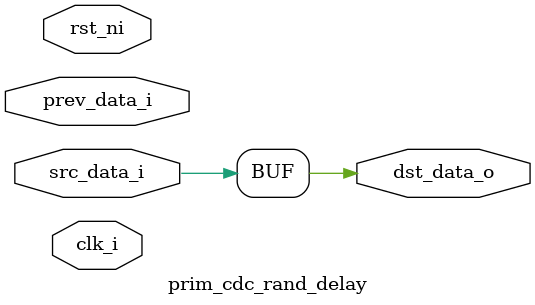
<source format=v>
module prim_cdc_rand_delay (
	clk_i,
	rst_ni,
	prev_data_i,
	src_data_i,
	dst_data_o
);
	parameter signed [31:0] DataWidth = 1;
	parameter [0:0] Enable = 1;
	input wire clk_i;
	input wire rst_ni;
	input wire [DataWidth - 1:0] prev_data_i;
	input wire [DataWidth - 1:0] src_data_i;
	output wire [DataWidth - 1:0] dst_data_o;
	assign dst_data_o = src_data_i;
endmodule

</source>
